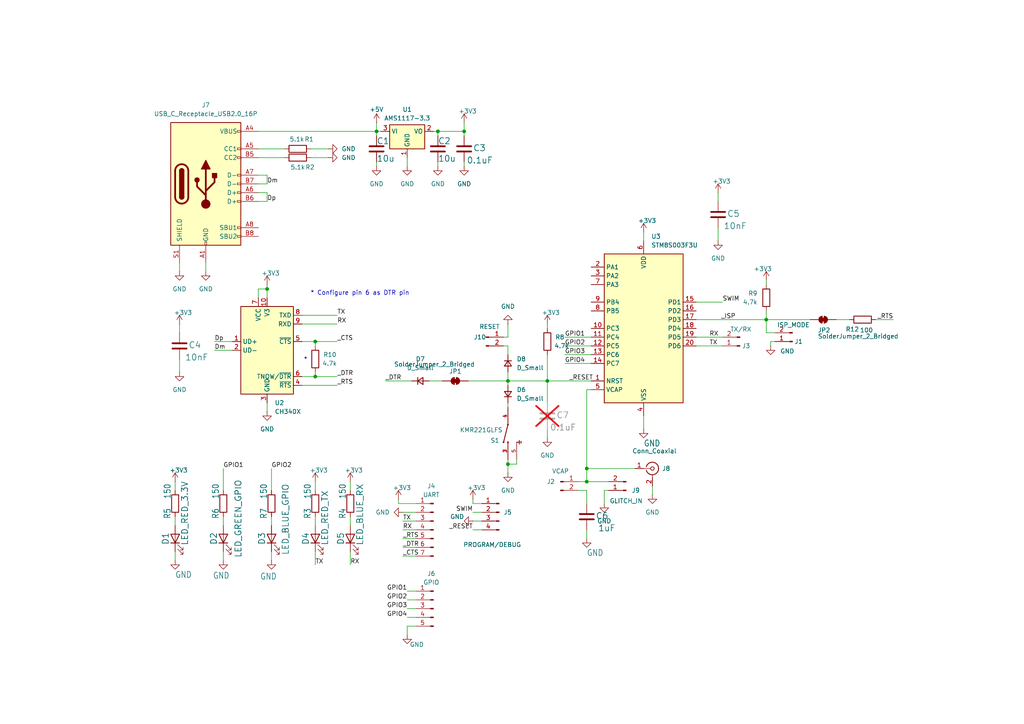
<source format=kicad_sch>
(kicad_sch (version 20231120) (generator "eeschema") (generator_version "8.0")
  (paper "A4")
  (title_block (title "STM8S Target Board v1.1") (date "2025-02-21") (rev "v1.1") (company "Faulty Hardware") (comment 1 "Matthias Kesenheimer"))
  (lib_symbols
    (symbol "Connector:Conn_01x02_Pin" (pin_names (offset 1.016) hide)
      (property "Reference" "J" (at 0 2.54 0))
      (property "Value" "Conn_01x02_Pin" (at 0 -5.08 0))
      (symbol "Conn_01x02_Pin_1_1"
        (polyline (pts (xy 1.27 -2.54) (xy 0.8636 -2.54)) (stroke (width 0.1524)))
        (polyline (pts (xy 1.27 0) (xy 0.8636 0)) (stroke (width 0.1524)))
        (rectangle (start 0.8636 -2.413) (end 0 -2.667) (stroke (width 0.1524)) (fill (type outline)))
        (rectangle (start 0.8636 0.127) (end 0 -0.127) (stroke (width 0.1524)) (fill (type outline)))
        (pin passive line (at 5.08 0 180) (length 3.81) (name "Pin_1") (number "1"))
        (pin passive line (at 5.08 -2.54 180) (length 3.81) (name "Pin_2") (number "2"))
      )
    )
    (symbol "Connector:Conn_01x04_Pin" (pin_names (offset 1.016) hide)
      (property "Reference" "J" (at 0 5.08 0))
      (property "Value" "Conn_01x04_Pin" (at 0 -7.62 0))
      (symbol "Conn_01x04_Pin_1_1"
        (polyline (pts (xy 1.27 -5.08) (xy 0.8636 -5.08)) (stroke (width 0.1524)))
        (polyline (pts (xy 1.27 -2.54) (xy 0.8636 -2.54)) (stroke (width 0.1524)))
        (polyline (pts (xy 1.27 0) (xy 0.8636 0)) (stroke (width 0.1524)))
        (polyline (pts (xy 1.27 2.54) (xy 0.8636 2.54)) (stroke (width 0.1524)))
        (rectangle (start 0.8636 -4.953) (end 0 -5.207) (stroke (width 0.1524)) (fill (type outline)))
        (rectangle (start 0.8636 -2.413) (end 0 -2.667) (stroke (width 0.1524)) (fill (type outline)))
        (rectangle (start 0.8636 0.127) (end 0 -0.127) (stroke (width 0.1524)) (fill (type outline)))
        (rectangle (start 0.8636 2.667) (end 0 2.413) (stroke (width 0.1524)) (fill (type outline)))
        (pin passive line (at 5.08 2.54 180) (length 3.81) (name "Pin_1") (number "1"))
        (pin passive line (at 5.08 0 180) (length 3.81) (name "Pin_2") (number "2"))
        (pin passive line (at 5.08 -2.54 180) (length 3.81) (name "Pin_3") (number "3"))
        (pin passive line (at 5.08 -5.08 180) (length 3.81) (name "Pin_4") (number "4"))
      )
    )
    (symbol "Connector:Conn_01x05_Pin" (pin_names (offset 1.016) hide)
      (property "Reference" "J" (at 0 7.62 0))
      (property "Value" "Conn_01x05_Pin" (at 0 -7.62 0))
      (symbol "Conn_01x05_Pin_1_1"
        (polyline (pts (xy 1.27 -5.08) (xy 0.8636 -5.08)) (stroke (width 0.1524)))
        (polyline (pts (xy 1.27 -2.54) (xy 0.8636 -2.54)) (stroke (width 0.1524)))
        (polyline (pts (xy 1.27 0) (xy 0.8636 0)) (stroke (width 0.1524)))
        (polyline (pts (xy 1.27 2.54) (xy 0.8636 2.54)) (stroke (width 0.1524)))
        (polyline (pts (xy 1.27 5.08) (xy 0.8636 5.08)) (stroke (width 0.1524)))
        (rectangle (start 0.8636 -4.953) (end 0 -5.207) (stroke (width 0.1524)) (fill (type outline)))
        (rectangle (start 0.8636 -2.413) (end 0 -2.667) (stroke (width 0.1524)) (fill (type outline)))
        (rectangle (start 0.8636 0.127) (end 0 -0.127) (stroke (width 0.1524)) (fill (type outline)))
        (rectangle (start 0.8636 2.667) (end 0 2.413) (stroke (width 0.1524)) (fill (type outline)))
        (rectangle (start 0.8636 5.207) (end 0 4.953) (stroke (width 0.1524)) (fill (type outline)))
        (pin passive line (at 5.08 5.08 180) (length 3.81) (name "Pin_1") (number "1"))
        (pin passive line (at 5.08 2.54 180) (length 3.81) (name "Pin_2") (number "2"))
        (pin passive line (at 5.08 0 180) (length 3.81) (name "Pin_3") (number "3"))
        (pin passive line (at 5.08 -2.54 180) (length 3.81) (name "Pin_4") (number "4"))
        (pin passive line (at 5.08 -5.08 180) (length 3.81) (name "Pin_5") (number "5"))
      )
    )
    (symbol "Connector:Conn_01x07_Pin" (pin_names (offset 1.016) hide)
      (property "Reference" "J" (at 0 10.16 0))
      (property "Value" "Conn_01x07_Pin" (at 0 -10.16 0))
      (symbol "Conn_01x07_Pin_1_1"
        (polyline (pts (xy 1.27 -7.62) (xy 0.8636 -7.62)) (stroke (width 0.1524)))
        (polyline (pts (xy 1.27 -5.08) (xy 0.8636 -5.08)) (stroke (width 0.1524)))
        (polyline (pts (xy 1.27 -2.54) (xy 0.8636 -2.54)) (stroke (width 0.1524)))
        (polyline (pts (xy 1.27 0) (xy 0.8636 0)) (stroke (width 0.1524)))
        (polyline (pts (xy 1.27 2.54) (xy 0.8636 2.54)) (stroke (width 0.1524)))
        (polyline (pts (xy 1.27 5.08) (xy 0.8636 5.08)) (stroke (width 0.1524)))
        (polyline (pts (xy 1.27 7.62) (xy 0.8636 7.62)) (stroke (width 0.1524)))
        (rectangle (start 0.8636 -7.493) (end 0 -7.747) (stroke (width 0.1524)) (fill (type outline)))
        (rectangle (start 0.8636 -4.953) (end 0 -5.207) (stroke (width 0.1524)) (fill (type outline)))
        (rectangle (start 0.8636 -2.413) (end 0 -2.667) (stroke (width 0.1524)) (fill (type outline)))
        (rectangle (start 0.8636 0.127) (end 0 -0.127) (stroke (width 0.1524)) (fill (type outline)))
        (rectangle (start 0.8636 2.667) (end 0 2.413) (stroke (width 0.1524)) (fill (type outline)))
        (rectangle (start 0.8636 5.207) (end 0 4.953) (stroke (width 0.1524)) (fill (type outline)))
        (rectangle (start 0.8636 7.747) (end 0 7.493) (stroke (width 0.1524)) (fill (type outline)))
        (pin passive line (at 5.08 7.62 180) (length 3.81) (name "Pin_1") (number "1"))
        (pin passive line (at 5.08 5.08 180) (length 3.81) (name "Pin_2") (number "2"))
        (pin passive line (at 5.08 2.54 180) (length 3.81) (name "Pin_3") (number "3"))
        (pin passive line (at 5.08 0 180) (length 3.81) (name "Pin_4") (number "4"))
        (pin passive line (at 5.08 -2.54 180) (length 3.81) (name "Pin_5") (number "5"))
        (pin passive line (at 5.08 -5.08 180) (length 3.81) (name "Pin_6") (number "6"))
        (pin passive line (at 5.08 -7.62 180) (length 3.81) (name "Pin_7") (number "7"))
      )
    )
    (symbol "Connector:Conn_Coaxial" (pin_names (offset 1.016) hide)
      (property "Reference" "J" (at 0.254 3.048 0))
      (property "Value" "Conn_Coaxial" (at 2.921 0 90))
      (symbol "Conn_Coaxial_0_1"
        (arc (start -1.778 -0.508) (mid 0.2311 -1.8066) (end 1.778 0) (stroke (width 0.254)))
        (polyline (pts (xy -2.54 0) (xy -0.508 0)))
        (polyline (pts (xy 0 -2.54) (xy 0 -1.778)))
        (circle (center 0 0) (radius 0.508) (stroke (width 0.2032)))
        (arc (start 1.778 0) (mid 0.2099 1.8101) (end -1.778 0.508) (stroke (width 0.254)))
      )
      (symbol "Conn_Coaxial_1_1"
        (pin passive line (at -5.08 0 0) (length 2.54) (name "In") (number "1"))
        (pin passive line (at 0 -5.08 90) (length 2.54) (name "Ext") (number "2"))
      )
    )
    (symbol "Connector:USB_C_Receptacle_USB2.0_16P" (pin_names (offset 1.016))
      (property "Reference" "J" (at 0 22.225 0))
      (property "Value" "USB_C_Receptacle_USB2.0_16P" (at 0 19.685 0))
      (symbol "USB_C_Receptacle_USB2.0_16P_0_0"
        (rectangle (start -0.254 -17.78) (end 0.254 -16.764))
        (rectangle (start 10.16 -14.986) (end 9.144 -15.494))
        (rectangle (start 10.16 -12.446) (end 9.144 -12.954))
        (rectangle (start 10.16 -4.826) (end 9.144 -5.334))
        (rectangle (start 10.16 -2.286) (end 9.144 -2.794))
        (rectangle (start 10.16 0.254) (end 9.144 -0.254))
        (rectangle (start 10.16 2.794) (end 9.144 2.286))
        (rectangle (start 10.16 7.874) (end 9.144 7.366))
        (rectangle (start 10.16 10.414) (end 9.144 9.906))
        (rectangle (start 10.16 15.494) (end 9.144 14.986))
      )
      (symbol "USB_C_Receptacle_USB2.0_16P_0_1"
        (rectangle (start -10.16 17.78) (end 10.16 -17.78) (stroke (width 0.254)) (fill (type background)))
        (arc (start -8.89 -3.81) (mid -6.985 -5.7067) (end -5.08 -3.81) (stroke (width 0.508)))
        (arc (start -7.62 -3.81) (mid -6.985 -4.4423) (end -6.35 -3.81) (stroke (width 0.254)))
        (arc (start -7.62 -3.81) (mid -6.985 -4.4423) (end -6.35 -3.81) (stroke (width 0.254)) (fill (type outline)))
        (rectangle (start -7.62 -3.81) (end -6.35 3.81) (stroke (width 0.254)) (fill (type outline)))
        (arc (start -6.35 3.81) (mid -6.985 4.4423) (end -7.62 3.81) (stroke (width 0.254)))
        (arc (start -6.35 3.81) (mid -6.985 4.4423) (end -7.62 3.81) (stroke (width 0.254)) (fill (type outline)))
        (arc (start -5.08 3.81) (mid -6.985 5.7067) (end -8.89 3.81) (stroke (width 0.508)))
        (circle (center -2.54 1.143) (radius 0.635) (stroke (width 0.254)) (fill (type outline)))
        (circle (center 0 -5.842) (radius 1.27) (fill (type outline)))
        (polyline (pts (xy -8.89 -3.81) (xy -8.89 3.81)) (stroke (width 0.508)))
        (polyline (pts (xy -5.08 3.81) (xy -5.08 -3.81)) (stroke (width 0.508)))
        (polyline (pts (xy 0 -5.842) (xy 0 4.318)) (stroke (width 0.508)))
        (polyline (pts (xy 0 -3.302) (xy -2.54 -0.762) (xy -2.54 0.508)) (stroke (width 0.508)))
        (polyline (pts (xy 0 -2.032) (xy 2.54 0.508) (xy 2.54 1.778)) (stroke (width 0.508)))
        (polyline (pts (xy -1.27 4.318) (xy 0 6.858) (xy 1.27 4.318) (xy -1.27 4.318)) (stroke (width 0.254)) (fill (type outline)))
        (rectangle (start 1.905 1.778) (end 3.175 3.048) (stroke (width 0.254)) (fill (type outline)))
      )
      (symbol "USB_C_Receptacle_USB2.0_16P_1_1"
        (pin passive line (at 0 -22.86 90) (length 5.08) (name "GND") (number "A1"))
        (pin passive line (at 0 -22.86 90) (length 5.08) hide (name "GND") (number "A12"))
        (pin passive line (at 15.24 15.24 180) (length 5.08) (name "VBUS") (number "A4"))
        (pin bidirectional line (at 15.24 10.16 180) (length 5.08) (name "CC1") (number "A5"))
        (pin bidirectional line (at 15.24 -2.54 180) (length 5.08) (name "D+") (number "A6"))
        (pin bidirectional line (at 15.24 2.54 180) (length 5.08) (name "D-") (number "A7"))
        (pin bidirectional line (at 15.24 -12.7 180) (length 5.08) (name "SBU1") (number "A8"))
        (pin passive line (at 15.24 15.24 180) (length 5.08) hide (name "VBUS") (number "A9"))
        (pin passive line (at 0 -22.86 90) (length 5.08) hide (name "GND") (number "B1"))
        (pin passive line (at 0 -22.86 90) (length 5.08) hide (name "GND") (number "B12"))
        (pin passive line (at 15.24 15.24 180) (length 5.08) hide (name "VBUS") (number "B4"))
        (pin bidirectional line (at 15.24 7.62 180) (length 5.08) (name "CC2") (number "B5"))
        (pin bidirectional line (at 15.24 -5.08 180) (length 5.08) (name "D+") (number "B6"))
        (pin bidirectional line (at 15.24 0 180) (length 5.08) (name "D-") (number "B7"))
        (pin bidirectional line (at 15.24 -15.24 180) (length 5.08) (name "SBU2") (number "B8"))
        (pin passive line (at 15.24 15.24 180) (length 5.08) hide (name "VBUS") (number "B9"))
        (pin passive line (at -7.62 -22.86 90) (length 5.08) (name "SHIELD") (number "S1"))
      )
    )
    (symbol "Device:C" (pin_numbers hide) (pin_names (offset 0.254))
      (property "Reference" "C" (at 0.635 2.54 0))
      (property "Value" "C" (at 0.635 -2.54 0))
      (symbol "C_0_1"
        (polyline (pts (xy -2.032 -0.762) (xy 2.032 -0.762)) (stroke (width 0.508)))
        (polyline (pts (xy -2.032 0.762) (xy 2.032 0.762)) (stroke (width 0.508)))
      )
      (symbol "C_1_1"
        (pin passive line (at 0 3.81 270) (length 2.794) (name "~") (number "1"))
        (pin passive line (at 0 -3.81 90) (length 2.794) (name "~") (number "2"))
      )
    )
    (symbol "Device:D_Small" (pin_numbers hide) (pin_names (offset 0.254) hide)
      (property "Reference" "D" (at -1.27 2.032 0))
      (property "Value" "D_Small" (at -3.81 -2.032 0))
      (symbol "D_Small_0_1"
        (polyline (pts (xy -0.762 -1.016) (xy -0.762 1.016)) (stroke (width 0.254)))
        (polyline (pts (xy -0.762 0) (xy 0.762 0)))
        (polyline (pts (xy 0.762 -1.016) (xy -0.762 0) (xy 0.762 1.016) (xy 0.762 -1.016)) (stroke (width 0.254)))
      )
      (symbol "D_Small_1_1"
        (pin passive line (at -2.54 0 0) (length 1.778) (name "K") (number "1"))
        (pin passive line (at 2.54 0 180) (length 1.778) (name "A") (number "2"))
      )
    )
    (symbol "Device:LED" (pin_numbers hide) (pin_names (offset 1.016) hide)
      (property "Reference" "D" (at 0 2.54 0))
      (property "Value" "LED" (at 0 -2.54 0))
      (symbol "LED_0_1"
        (polyline (pts (xy -1.27 -1.27) (xy -1.27 1.27)) (stroke (width 0.254)))
        (polyline (pts (xy -1.27 0) (xy 1.27 0)))
        (polyline (pts (xy 1.27 -1.27) (xy 1.27 1.27) (xy -1.27 0) (xy 1.27 -1.27)) (stroke (width 0.254)))
        (polyline (pts (xy -3.048 -0.762) (xy -4.572 -2.286) (xy -3.81 -2.286) (xy -4.572 -2.286) (xy -4.572 -1.524)))
        (polyline (pts (xy -1.778 -0.762) (xy -3.302 -2.286) (xy -2.54 -2.286) (xy -3.302 -2.286) (xy -3.302 -1.524)))
      )
      (symbol "LED_1_1"
        (pin passive line (at -3.81 0 0) (length 2.54) (name "K") (number "1"))
        (pin passive line (at 3.81 0 180) (length 2.54) (name "A") (number "2"))
      )
    )
    (symbol "Device:R" (pin_numbers hide) (pin_names (offset 0))
      (property "Reference" "R" (at 2.032 0 90))
      (property "Value" "R" (at 0 0 90))
      (symbol "R_0_1"
        (rectangle (start -1.016 -2.54) (end 1.016 2.54) (stroke (width 0.254)))
      )
      (symbol "R_1_1"
        (pin passive line (at 0 3.81 270) (length 1.27) (name "~") (number "1"))
        (pin passive line (at 0 -3.81 90) (length 1.27) (name "~") (number "2"))
      )
    )
    (symbol "Interface_USB:CH340X"
      (property "Reference" "U" (at -5.08 13.97 0))
      (property "Value" "CH340X" (at 1.27 13.97 0))
      (symbol "CH340X_0_1"
        (rectangle (start -7.62 12.7) (end 7.62 -12.7) (stroke (width 0.254)) (fill (type background)))
      )
      (symbol "CH340X_1_1"
        (pin bidirectional line (at -10.16 2.54 0) (length 2.54) (name "UD+") (number "1"))
        (pin power_out line (at 0 15.24 270) (length 2.54) (name "V3") (number "10"))
        (pin bidirectional line (at -10.16 0 0) (length 2.54) (name "UD-") (number "2"))
        (pin power_in line (at 0 -15.24 90) (length 2.54) (name "GND") (number "3"))
        (pin output line (at 10.16 -10.16 180) (length 2.54) (name "~{RTS}") (number "4"))
        (pin input line (at 10.16 2.54 180) (length 2.54) (name "~{CTS}") (number "5"))
        (pin output line (at 10.16 -7.62 180) (length 2.54) (name "TNOW/~{DTR}") (number "6"))
        (pin power_in line (at -2.54 15.24 270) (length 2.54) (name "VCC") (number "7"))
        (pin output line (at 10.16 10.16 180) (length 2.54) (name "TXD") (number "8"))
        (pin input line (at 10.16 7.62 180) (length 2.54) (name "RXD") (number "9"))
      )
    )
    (symbol "Jumper:SolderJumper_2_Bridged" (pin_numbers hide) (pin_names (offset 0) hide) (exclude_from_sim yes) (in_bom no)
      (property "Reference" "JP" (at 0 2.032 0))
      (property "Value" "SolderJumper_2_Bridged" (at 0 -2.54 0))
      (symbol "SolderJumper_2_Bridged_0_1"
        (rectangle (start -0.508 0.508) (end 0.508 -0.508) (fill (type outline)))
        (arc (start -0.254 1.016) (mid -1.2656 0) (end -0.254 -1.016))
        (arc (start -0.254 1.016) (mid -1.2656 0) (end -0.254 -1.016) (fill (type outline)))
        (polyline (pts (xy -0.254 1.016) (xy -0.254 -1.016)))
        (polyline (pts (xy 0.254 1.016) (xy 0.254 -1.016)))
        (arc (start 0.254 -1.016) (mid 1.2656 0) (end 0.254 1.016))
        (arc (start 0.254 -1.016) (mid 1.2656 0) (end 0.254 1.016) (fill (type outline)))
      )
      (symbol "SolderJumper_2_Bridged_1_1"
        (pin passive line (at -3.81 0 0) (length 2.54) (name "A") (number "1"))
        (pin passive line (at 3.81 0 180) (length 2.54) (name "B") (number "2"))
      )
    )
    (symbol "KMR221GLFS:KMR221GLFS" (pin_names (offset 1.016))
      (property "Reference" "S" (at -2.5401 2.2861 0))
      (property "Value" "KMR221GLFS" (at -2.7973 -6.3576 0))
      (symbol "KMR221GLFS_0_0"
        (circle (center -2.54 0) (radius 0.127) (stroke (width 0.254)))
        (polyline (pts (xy -2.54 0) (xy 2.54 1.27)) (stroke (width 0.254)))
        (polyline (pts (xy 2.286 -3.81) (xy 2.794 -3.81)) (stroke (width 0.254)))
        (polyline (pts (xy 2.54 -3.302) (xy 2.032 -3.302)) (stroke (width 0.254)))
        (polyline (pts (xy 2.54 -3.302) (xy 3.048 -3.302)) (stroke (width 0.254)))
        (polyline (pts (xy 2.54 -2.54) (xy 2.54 -3.302)) (stroke (width 0.254)))
        (circle (center 2.54 0) (radius 0.127) (stroke (width 0.254)))
        (circle (center 2.54 1.27) (radius 0.127) (stroke (width 0.254)))
        (pin passive line (at -7.62 0 0) (length 5.08) (name "~") (number "1"))
        (pin passive line (at 7.62 0 180) (length 5.08) (name "~") (number "2"))
        (pin passive line (at 7.62 0 180) (length 5.08) (name "~") (number "3"))
        (pin passive line (at -7.62 0 0) (length 5.08) (name "~") (number "4"))
        (pin passive line (at 7.62 -2.54 180) (length 5.08) (name "~") (number "5"))
      )
    )
    (symbol "MCU_ST_STM8:STM8S003F3U"
      (property "Reference" "U" (at 1.27 25.4 0))
      (property "Value" "STM8S003F3U" (at 1.27 22.86 0))
      (symbol "STM8S003F3U_0_1"
        (rectangle (start -11.43 21.59) (end 11.43 -21.59) (stroke (width 0.254)) (fill (type background)))
      )
      (symbol "STM8S003F3U_1_1"
        (pin input line (at -15.24 -15.24 0) (length 3.81) (name "NRST") (number "1"))
        (pin bidirectional line (at -15.24 0 0) (length 3.81) (name "PC3") (number "10"))
        (pin bidirectional line (at -15.24 -2.54 0) (length 3.81) (name "PC4") (number "11"))
        (pin bidirectional line (at -15.24 -5.08 0) (length 3.81) (name "PC5") (number "12"))
        (pin bidirectional line (at -15.24 -7.62 0) (length 3.81) (name "PC6") (number "13"))
        (pin bidirectional line (at -15.24 -10.16 0) (length 3.81) (name "PC7") (number "14"))
        (pin bidirectional line (at 15.24 7.62 180) (length 3.81) (name "PD1") (number "15"))
        (pin bidirectional line (at 15.24 5.08 180) (length 3.81) (name "PD2") (number "16"))
        (pin bidirectional line (at 15.24 2.54 180) (length 3.81) (name "PD3") (number "17"))
        (pin bidirectional line (at 15.24 0 180) (length 3.81) (name "PD4") (number "18"))
        (pin bidirectional line (at 15.24 -2.54 180) (length 3.81) (name "PD5") (number "19"))
        (pin bidirectional line (at -15.24 17.78 0) (length 3.81) (name "PA1") (number "2"))
        (pin bidirectional line (at 15.24 -5.08 180) (length 3.81) (name "PD6") (number "20"))
        (pin bidirectional line (at -15.24 15.24 0) (length 3.81) (name "PA2") (number "3"))
        (pin power_in line (at 0 -25.4 90) (length 3.81) (name "VSS") (number "4"))
        (pin passive line (at -15.24 -17.78 0) (length 3.81) (name "VCAP") (number "5"))
        (pin power_in line (at 0 25.4 270) (length 3.81) (name "VDD") (number "6"))
        (pin bidirectional line (at -15.24 12.7 0) (length 3.81) (name "PA3") (number "7"))
        (pin bidirectional line (at -15.24 5.08 0) (length 3.81) (name "PB5") (number "8"))
        (pin bidirectional line (at -15.24 7.62 0) (length 3.81) (name "PB4") (number "9"))
      )
    )
    (symbol "Regulator_Linear:AMS1117-3.3"
      (property "Reference" "U" (at -3.81 3.175 0))
      (property "Value" "AMS1117-3.3" (at 0 3.175 0))
      (symbol "AMS1117-3.3_0_1"
        (rectangle (start -5.08 -5.08) (end 5.08 1.905) (stroke (width 0.254)) (fill (type background)))
      )
      (symbol "AMS1117-3.3_1_1"
        (pin power_in line (at 0 -7.62 90) (length 2.54) (name "GND") (number "1"))
        (pin power_out line (at 7.62 0 180) (length 2.54) (name "VO") (number "2"))
        (pin power_in line (at -7.62 0 0) (length 2.54) (name "VI") (number "3"))
      )
    )
    (symbol "power:+3V3" (power) (pin_numbers hide) (pin_names (offset 0) hide)
      (property "Value" "+3V3" (at 0 3.556 0))
      (symbol "+3V3_0_1"
        (polyline (pts (xy -0.762 1.27) (xy 0 2.54)))
        (polyline (pts (xy 0 0) (xy 0 2.54)))
        (polyline (pts (xy 0 2.54) (xy 0.762 1.27)))
      )
      (symbol "+3V3_1_1"
        (pin power_in line (at 0 0 90) (length 0) (name "~") (number "1"))
      )
    )
    (symbol "power:+5V" (power) (pin_numbers hide) (pin_names (offset 0) hide)
      (property "Value" "+5V" (at 0 3.556 0))
      (symbol "+5V_0_1"
        (polyline (pts (xy -0.762 1.27) (xy 0 2.54)))
        (polyline (pts (xy 0 0) (xy 0 2.54)))
        (polyline (pts (xy 0 2.54) (xy 0.762 1.27)))
      )
      (symbol "+5V_1_1"
        (pin power_in line (at 0 0 90) (length 0) (name "~") (number "1"))
      )
    )
    (symbol "power:GND" (power) (pin_numbers hide) (pin_names (offset 0) hide)
      (property "Value" "GND" (at 0 -3.81 0))
      (symbol "GND_0_1"
        (polyline (pts (xy 0 0) (xy 0 -1.27) (xy 1.27 -1.27) (xy 0 -2.54) (xy -1.27 -1.27) (xy 0 -1.27)))
      )
      (symbol "GND_1_1"
        (pin power_in line (at 0 0 270) (length 0) (name "~") (number "1"))
      )
    )
  )
  (junction (at 147.32 134.62))
  (junction (at 91.44 109.22))
  (junction (at 222.25 92.71))
  (junction (at 147.32 110.49))
  (junction (at 91.44 99.06))
  (junction (at 158.75 110.49))
  (junction (at 170.18 139.7))
  (junction (at 170.18 135.89))
  (junction (at 127 38.1))
  (junction (at 77.47 83.82))
  (junction (at 134.62 38.1))
  (junction (at 109.22 38.1))
  (wire (pts (xy 147.32 100.33) (xy 147.32 102.87)))
  (wire (pts (xy 120.65 181.61) (xy 118.11 181.61)))
  (wire (pts (xy 67.31 101.6) (xy 62.23 101.6)))
  (wire (pts (xy 146.05 100.33) (xy 147.32 100.33)))
  (wire (pts (xy 77.47 116.84) (xy 77.47 119.38)))
  (wire (pts (xy 186.69 120.65) (xy 186.69 124.46)))
  (wire (pts (xy 147.32 134.62) (xy 149.86 134.62)))
  (wire (pts (xy 163.83 97.79) (xy 171.45 97.79)))
  (wire (pts (xy 147.32 110.49) (xy 158.75 110.49)))
  (wire (pts (xy 116.84 158.75) (xy 120.65 158.75)))
  (wire (pts (xy 158.75 102.87) (xy 158.75 110.49)))
  (wire (pts (xy 127 38.1) (xy 127 39.37)))
  (wire (pts (xy 127 46.99) (xy 127 48.26)))
  (wire (pts (xy 78.74 149.86) (xy 78.74 152.4)))
  (wire (pts (xy 208.28 55.88) (xy 208.28 58.42)))
  (wire (pts (xy 147.32 118.11) (xy 147.32 116.84)))
  (wire (pts (xy 109.22 38.1) (xy 110.49 38.1)))
  (wire (pts (xy 87.63 111.76) (xy 97.79 111.76)))
  (wire (pts (xy 147.32 137.16) (xy 147.32 134.62)))
  (wire (pts (xy 167.64 142.24) (xy 170.18 142.24)))
  (wire (pts (xy 91.44 109.22) (xy 97.79 109.22)))
  (wire (pts (xy 134.62 39.37) (xy 134.62 38.1)))
  (wire (pts (xy 170.18 142.24) (xy 170.18 146.05)))
  (wire (pts (xy 109.22 38.1) (xy 109.22 39.37)))
  (wire (pts (xy 87.63 109.22) (xy 91.44 109.22)))
  (wire (pts (xy 170.18 113.03) (xy 170.18 135.89)))
  (wire (pts (xy 101.6 139.7) (xy 101.6 142.24)))
  (wire (pts (xy 201.93 97.79) (xy 209.55 97.79)))
  (wire (pts (xy 223.52 99.06) (xy 223.52 100.33)))
  (wire (pts (xy 120.65 173.99) (xy 118.11 173.99)))
  (wire (pts (xy 120.65 179.07) (xy 118.11 179.07)))
  (wire (pts (xy 67.31 99.06) (xy 62.23 99.06)))
  (wire (pts (xy 77.47 82.55) (xy 77.47 83.82)))
  (wire (pts (xy 127 38.1) (xy 134.62 38.1)))
  (wire (pts (xy 224.79 99.06) (xy 223.52 99.06)))
  (wire (pts (xy 158.75 110.49) (xy 158.75 116.84)))
  (wire (pts (xy 176.53 139.7) (xy 170.18 139.7)))
  (wire (pts (xy 74.93 38.1) (xy 109.22 38.1)))
  (wire (pts (xy 176.53 142.24) (xy 175.26 142.24)))
  (wire (pts (xy 170.18 113.03) (xy 171.45 113.03)))
  (wire (pts (xy 116.84 151.13) (xy 120.65 151.13)))
  (wire (pts (xy 74.93 86.36) (xy 74.93 83.82)))
  (wire (pts (xy 91.44 149.86) (xy 91.44 152.4)))
  (wire (pts (xy 139.7 146.05) (xy 137.16 146.05)))
  (wire (pts (xy 137.16 146.05) (xy 137.16 144.78)))
  (wire (pts (xy 115.57 146.05) (xy 120.65 146.05)))
  (wire (pts (xy 118.11 45.72) (xy 118.11 48.26)))
  (wire (pts (xy 189.23 140.97) (xy 189.23 143.51)))
  (wire (pts (xy 163.83 105.41) (xy 171.45 105.41)))
  (wire (pts (xy 91.44 107.95) (xy 91.44 109.22)))
  (wire (pts (xy 124.46 110.49) (xy 128.27 110.49)))
  (wire (pts (xy 74.93 43.18) (xy 82.55 43.18)))
  (wire (pts (xy 259.08 92.71) (xy 254 92.71)))
  (wire (pts (xy 222.25 81.28) (xy 222.25 82.55)))
  (wire (pts (xy 149.86 133.35) (xy 149.86 134.62)))
  (wire (pts (xy 74.93 50.8) (xy 77.47 50.8)))
  (wire (pts (xy 175.26 142.24) (xy 175.26 146.05)))
  (wire (pts (xy 135.89 110.49) (xy 147.32 110.49)))
  (wire (pts (xy 146.05 97.79) (xy 147.32 97.79)))
  (wire (pts (xy 120.65 171.45) (xy 118.11 171.45)))
  (wire (pts (xy 91.44 99.06) (xy 91.44 100.33)))
  (wire (pts (xy 52.07 93.98) (xy 52.07 96.52)))
  (wire (pts (xy 201.93 87.63) (xy 209.55 87.63)))
  (wire (pts (xy 116.84 153.67) (xy 120.65 153.67)))
  (wire (pts (xy 170.18 135.89) (xy 170.18 139.7)))
  (wire (pts (xy 147.32 110.49) (xy 147.32 111.76)))
  (wire (pts (xy 222.25 96.52) (xy 222.25 92.71)))
  (wire (pts (xy 74.93 58.42) (xy 77.47 58.42)))
  (wire (pts (xy 116.84 148.59) (xy 120.65 148.59)))
  (wire (pts (xy 234.95 92.71) (xy 222.25 92.71)))
  (wire (pts (xy 163.83 100.33) (xy 171.45 100.33)))
  (wire (pts (xy 201.93 100.33) (xy 209.55 100.33)))
  (wire (pts (xy 147.32 93.98) (xy 147.32 97.79)))
  (wire (pts (xy 158.75 93.98) (xy 158.75 95.25)))
  (wire (pts (xy 52.07 76.2) (xy 52.07 78.74)))
  (wire (pts (xy 170.18 135.89) (xy 184.15 135.89)))
  (wire (pts (xy 87.63 91.44) (xy 97.79 91.44)))
  (wire (pts (xy 90.17 43.18) (xy 95.25 43.18)))
  (wire (pts (xy 109.22 35.56) (xy 109.22 38.1)))
  (wire (pts (xy 59.69 76.2) (xy 59.69 78.74)))
  (wire (pts (xy 186.69 67.31) (xy 186.69 69.85)))
  (wire (pts (xy 158.75 110.49) (xy 171.45 110.49)))
  (wire (pts (xy 116.84 156.21) (xy 120.65 156.21)))
  (wire (pts (xy 158.75 124.46) (xy 158.75 127)))
  (wire (pts (xy 116.84 161.29) (xy 120.65 161.29)))
  (wire (pts (xy 87.63 93.98) (xy 97.79 93.98)))
  (wire (pts (xy 52.07 104.14) (xy 52.07 107.95)))
  (wire (pts (xy 137.16 151.13) (xy 139.7 151.13)))
  (wire (pts (xy 222.25 92.71) (xy 222.25 90.17)))
  (wire (pts (xy 201.93 92.71) (xy 222.25 92.71)))
  (wire (pts (xy 163.83 102.87) (xy 171.45 102.87)))
  (wire (pts (xy 170.18 153.67) (xy 170.18 156.21)))
  (wire (pts (xy 64.77 149.86) (xy 64.77 152.4)))
  (wire (pts (xy 91.44 139.7) (xy 91.44 142.24)))
  (wire (pts (xy 134.62 35.56) (xy 134.62 38.1)))
  (wire (pts (xy 125.73 38.1) (xy 127 38.1)))
  (wire (pts (xy 77.47 50.8) (xy 77.47 53.34)))
  (wire (pts (xy 115.57 144.78) (xy 115.57 146.05)))
  (wire (pts (xy 170.18 139.7) (xy 167.64 139.7)))
  (wire (pts (xy 74.93 53.34) (xy 77.47 53.34)))
  (wire (pts (xy 118.11 181.61) (xy 118.11 184.15)))
  (wire (pts (xy 77.47 83.82) (xy 77.47 86.36)))
  (wire (pts (xy 91.44 99.06) (xy 97.79 99.06)))
  (wire (pts (xy 120.65 176.53) (xy 118.11 176.53)))
  (wire (pts (xy 64.77 135.89) (xy 64.77 142.24)))
  (wire (pts (xy 111.76 110.49) (xy 119.38 110.49)))
  (wire (pts (xy 147.32 134.62) (xy 147.32 133.35)))
  (wire (pts (xy 208.28 66.04) (xy 208.28 69.85)))
  (wire (pts (xy 101.6 160.02) (xy 101.6 163.83)))
  (wire (pts (xy 147.32 107.95) (xy 147.32 110.49)))
  (wire (pts (xy 78.74 135.89) (xy 78.74 142.24)))
  (wire (pts (xy 91.44 160.02) (xy 91.44 163.83)))
  (wire (pts (xy 224.79 96.52) (xy 222.25 96.52)))
  (wire (pts (xy 64.77 160.02) (xy 64.77 162.56)))
  (wire (pts (xy 246.38 92.71) (xy 242.57 92.71)))
  (wire (pts (xy 134.62 46.99) (xy 134.62 48.26)))
  (wire (pts (xy 109.22 46.99) (xy 109.22 48.26)))
  (wire (pts (xy 137.16 148.59) (xy 139.7 148.59)))
  (wire (pts (xy 101.6 149.86) (xy 101.6 152.4)))
  (wire (pts (xy 77.47 55.88) (xy 77.47 58.42)))
  (wire (pts (xy 50.8 139.7) (xy 50.8 142.24)))
  (wire (pts (xy 90.17 45.72) (xy 95.25 45.72)))
  (wire (pts (xy 74.93 83.82) (xy 77.47 83.82)))
  (wire (pts (xy 87.63 99.06) (xy 91.44 99.06)))
  (wire (pts (xy 50.8 162.56) (xy 50.8 160.02)) (stroke (width 0.1524)))
  (wire (pts (xy 74.93 55.88) (xy 77.47 55.88)))
  (wire (pts (xy 74.93 45.72) (xy 82.55 45.72)))
  (wire (pts (xy 78.74 160.02) (xy 78.74 162.56)))
  (wire (pts (xy 137.16 153.67) (xy 139.7 153.67)))
  (wire (pts (xy 50.8 152.4) (xy 50.8 149.86)) (stroke (width 0.1524)))
  (text "*" (at 88.646 104.394 0) (effects (font (size 1.27 1.27))))
  (text "* Configure pin 6 as DTR pin" (at 104.394 85.09 0) (effects (font (size 1.27 1.27))))
  (label "_CTS" (at 116.84 161.29 0))
  (label "_RESET" (at 137.16 153.67 180))
  (label "GPIO2" (at 163.83 100.33 0))
  (label "GPIO3" (at 118.11 176.53 180))
  (label "Dp" (at 62.23 99.06 0))
  (label "_RTS" (at 259.08 92.71 180))
  (label "TX" (at 91.44 163.83 0))
  (label "RX" (at 205.74 97.79 0))
  (label "RX" (at 116.84 153.67 0))
  (label "RX" (at 101.6 163.83 0))
  (label "_RTS" (at 116.84 156.21 0))
  (label "GPIO4" (at 163.83 105.41 0))
  (label "RX" (at 97.79 93.98 0))
  (label "GPIO2" (at 78.74 135.89 0))
  (label "_DTR" (at 116.84 158.75 0))
  (label "Dp" (at 77.47 58.42 0))
  (label "Dm" (at 77.47 53.34 0))
  (label "_RTS" (at 97.79 111.76 0))
  (label "TX" (at 205.74 100.33 0))
  (label "GPIO1" (at 64.77 135.89 0))
  (label "GPIO2" (at 118.11 173.99 180))
  (label "_DTR" (at 111.76 110.49 0))
  (label "_CTS" (at 97.79 99.06 0))
  (label "_RESET" (at 165.1 110.49 0))
  (label "_ISP" (at 213.36 92.71 180))
  (label "TX" (at 116.84 151.13 0))
  (label "SWIM" (at 209.55 87.63 0))
  (label "GPIO1" (at 118.11 171.45 180))
  (label "Dm" (at 62.23 101.6 0))
  (label "_DTR" (at 97.79 109.22 0))
  (label "GPIO3" (at 163.83 102.87 0))
  (label "SWIM" (at 137.16 148.59 180))
  (label "GPIO1" (at 163.83 97.79 0))
  (label "TX" (at 97.79 91.44 0))
  (label "GPIO4" (at 118.11 179.07 180))
  (symbol (lib_id "power:GND") (at 118.11 48.26 0) (unit 1)
    (property "Reference" "#PWR014" (effects (hide yes)))
    (property "Value" "GND" (at 118.11 53.34 0))
    (property "Description" "Power symbol creates a global label with name \"GND\" , ground" (effects (hide yes)))
  )
  (symbol (lib_id "power:+3V3") (at 115.57 144.78 0) (unit 1)
    (property "Reference" "#PWR024" (effects (hide yes)))
    (property "Value" "+3V3" (at 116.586 141.478 0))
    (property "Description" "Power symbol creates a global label with name \"+3V3\"" (effects (hide yes)))
  )
  (symbol (lib_id "power:GND") (at 77.47 119.38 0) (unit 1)
    (property "Reference" "#PWR01" (effects (hide yes)))
    (property "Value" "GND" (at 77.47 124.46 0))
    (property "Description" "Power symbol creates a global label with name \"GND\" , ground" (effects (hide yes)))
  )
  (symbol (lib_id "Connector:Conn_01x02_Pin") (at 162.56 139.7 0) (unit 1)
    (property "Reference" "J2" (at 159.766 139.7 0))
    (property "Value" "VCAP" (at 162.56 136.652 0))
    (property "Footprint" "Connector_PinHeader_2.54mm:PinHeader_1x02_P2.54mm_Vertical" (effects (hide yes)))
    (property "Description" "Generic connector, single row, 01x02, script generated" (effects (hide yes)))
  )
  (symbol (lib_id "Device:R") (at 78.74 146.05 0) (unit 1)
    (property "Reference" "R7" (at 77.47 147.32 90) (effects (font (size 1.778 1.5113)) (justify right bottom)))
    (property "Value" "150" (at 77.47 144.78 90) (effects (font (size 1.778 1.5113)) (justify left bottom)))
    (property "Footprint" "Resistor_SMD:R_0603_1608Metric" (effects (hide yes)))
    (property "Description" "Resistor" (effects (hide yes)))
  )
  (symbol (lib_id "Device:LED") (at 91.44 156.21 90) (unit 1)
    (property "Reference" "D4" (at 89.662 156.21 0) (effects (font (size 1.778 1.778)) (justify bottom)))
    (property "Value" "LED_RED_TX" (at 95.25 158.242 0) (effects (font (size 1.778 1.778)) (justify left bottom)))
    (property "Footprint" "LED_SMD:LED_0603_1608Metric" (effects (hide yes)))
    (property "Description" "Light emitting diode" (effects (hide yes)))
  )
  (symbol (lib_id "power:GND") (at 223.52 100.33 0) (mirror y) (unit 1)
    (property "Reference" "#PWR022" (effects (hide yes)))
    (property "Value" "GND" (at 228.346 101.854 0))
    (property "Description" "Power symbol creates a global label with name \"GND\" , ground" (effects (hide yes)))
  )
  (symbol (lib_id "power:GND") (at 50.8 162.56 0) (unit 1)
    (property "Reference" "#GND01" (effects (hide yes)))
    (property "Value" "GND" (at 50.8 167.64 0) (effects (font (size 1.778 1.5113)) (justify left bottom)))
    (property "Description" "Power symbol creates a global label with name \"GND\" , ground" (effects (hide yes)))
  )
  (symbol (lib_id "power:GND") (at 116.84 148.59 270) (unit 1)
    (property "Reference" "#PWR025" (effects (hide yes)))
    (property "Value" "GND" (at 113.03 148.5899 90) (effects (justify right)))
    (property "Description" "Power symbol creates a global label with name \"GND\" , ground" (effects (hide yes)))
  )
  (symbol (lib_id "Device:R") (at 86.36 45.72 90) (unit 1)
    (property "Reference" "R2" (at 89.916 48.514 90))
    (property "Value" "5.1k" (at 86.36 48.514 90))
    (property "Footprint" "Resistor_SMD:R_0603_1608Metric" (effects (hide yes)))
    (property "Description" "Resistor" (effects (hide yes)))
  )
  (symbol (lib_id "power:GND") (at 134.62 48.26 0) (unit 1)
    (property "Reference" "#PWR016" (effects (hide yes)))
    (property "Value" "GND" (at 134.62 53.34 0))
    (property "Description" "Power symbol creates a global label with name \"GND\" , ground" (effects (hide yes)))
  )
  (symbol (lib_id "Regulator_Linear:AMS1117-3.3") (at 118.11 38.1 0) (unit 1)
    (property "Reference" "U1" (at 118.11 31.75 0))
    (property "Value" "AMS1117-3.3" (at 118.11 34.29 0))
    (property "Footprint" "Package_TO_SOT_SMD:SOT-223-3_TabPin2" (effects (hide yes)))
    (property "Datasheet" "http://www.advanced-monolithic.com/pdf/ds1117.pdf" (effects (hide yes)))
    (property "Description" "1A Low Dropout regulator, positive, 3.3V fixed output, SOT-223" (effects (hide yes)))
  )
  (symbol (lib_id "Device:R") (at 222.25 86.36 0) (mirror y) (unit 1)
    (property "Reference" "R9" (at 219.71 85.0899 0) (effects (justify left)))
    (property "Value" "4.7k" (at 219.71 87.6299 0) (effects (justify left)))
    (property "Footprint" "Resistor_SMD:R_0603_1608Metric" (effects (hide yes)))
    (property "Description" "Resistor" (effects (hide yes)))
  )
  (symbol (lib_id "power:+3V3") (at 101.6 139.7 0) (unit 1)
    (property "Reference" "#PWR06" (effects (hide yes)))
    (property "Value" "+3V3" (at 102.616 136.398 0))
    (property "Description" "Power symbol creates a global label with name \"+3V3\"" (effects (hide yes)))
  )
  (symbol (lib_id "Device:C") (at 127 43.18 0) (unit 1)
    (property "Reference" "C2" (at 127 41.91 0) (effects (font (size 1.778 1.778)) (justify left bottom)))
    (property "Value" "10u" (at 127 46.99 0) (effects (font (size 1.778 1.778)) (justify left bottom)))
    (property "Footprint" "Capacitor_SMD:C_0805_2012Metric" (effects (hide yes)))
    (property "Description" "Unpolarized capacitor" (effects (hide yes)))
  )
  (symbol (lib_id "Device:LED") (at 101.6 156.21 90) (unit 1)
    (property "Reference" "D5" (at 99.822 156.21 0) (effects (font (size 1.778 1.778)) (justify bottom)))
    (property "Value" "LED_BLUE_RX" (at 105.41 158.242 0) (effects (font (size 1.778 1.778)) (justify left bottom)))
    (property "Footprint" "LED_SMD:LED_0603_1608Metric" (effects (hide yes)))
    (property "Description" "Light emitting diode" (effects (hide yes)))
  )
  (symbol (lib_id "Interface_USB:CH340X") (at 77.47 101.6 0) (unit 1)
    (property "Reference" "U2" (at 79.6641 116.84 0) (effects (justify left)))
    (property "Value" "CH340X" (at 79.6641 119.38 0) (effects (justify left)))
    (property "Footprint" "Package_SO:MSOP-10_3x3mm_P0.5mm" (effects (hide yes)))
    (property "Datasheet" "https://cdn.sparkfun.com/assets/5/0/a/8/5/CH340DS1.PDF" (effects (hide yes)))
    (property "Description" "USB serial converter, 5V-tolerant IO, UART, MSOP-10" (effects (hide yes)))
  )
  (symbol (lib_id "Device:R") (at 91.44 104.14 0) (unit 1)
    (property "Reference" "R10" (at 93.726 102.87 0) (effects (justify left)))
    (property "Value" "4.7k" (at 93.472 105.41 0) (effects (justify left)))
    (property "Footprint" "Resistor_SMD:R_0603_1608Metric" (effects (hide yes)))
    (property "Description" "Resistor" (effects (hide yes)))
  )
  (symbol (lib_id "MCU_ST_STM8:STM8S003F3U") (at 186.69 95.25 0) (unit 1)
    (property "Reference" "U3" (at 188.8841 68.58 0) (effects (justify left)))
    (property "Value" "STM8S003F3U" (at 188.8841 71.12 0) (effects (justify left)))
    (property "Footprint" "Package_DFN_QFN:ST_UFQFPN-20_3x3mm_P0.5mm" (effects (hide yes)))
    (property "Datasheet" "http://www.st.com/st-web-ui/static/active/en/resource/technical/document/datasheet/DM00024550.pdf" (effects (hide yes)))
    (property "Description" "16MHz, 8K Flash, 1K RAM, 128 EEPROM, USART, I²C, SPI, UFQFPN-20" (effects (hide yes)))
  )
  (symbol (lib_id "Connector:Conn_01x02_Pin") (at 214.63 100.33 180) (unit 1)
    (property "Reference" "J3" (at 216.408 100.33 0))
    (property "Value" "TX/RX" (at 214.884 95.504 0))
    (property "Footprint" "Connector_PinHeader_2.54mm:PinHeader_1x02_P2.54mm_Vertical" (effects (hide yes)))
    (property "Description" "Generic connector, single row, 01x02, script generated" (effects (hide yes)))
  )
  (symbol (lib_id "Device:R") (at 86.36 43.18 90) (unit 1)
    (property "Reference" "R1" (at 89.662 40.386 90))
    (property "Value" "5.1k" (at 86.106 40.386 90))
    (property "Footprint" "Resistor_SMD:R_0603_1608Metric" (effects (hide yes)))
    (property "Description" "Resistor" (effects (hide yes)))
  )
  (symbol (lib_id "power:GND") (at 59.69 78.74 0) (unit 1)
    (property "Reference" "#PWR07" (effects (hide yes)))
    (property "Value" "GND" (at 59.69 83.82 0))
    (property "Description" "Power symbol creates a global label with name \"GND\" , ground" (effects (hide yes)))
  )
  (symbol (lib_id "Device:R") (at 91.44 146.05 0) (unit 1)
    (property "Reference" "R3" (at 90.17 147.32 90) (effects (font (size 1.778 1.5113)) (justify right bottom)))
    (property "Value" "150" (at 90.17 144.78 90) (effects (font (size 1.778 1.5113)) (justify left bottom)))
    (property "Footprint" "Resistor_SMD:R_0603_1608Metric" (effects (hide yes)))
    (property "Description" "Resistor" (effects (hide yes)))
  )
  (symbol (lib_id "Device:R") (at 250.19 92.71 90) (mirror x) (unit 1)
    (property "Reference" "R12" (at 249.174 95.504 90) (effects (justify left)))
    (property "Value" "100" (at 253.238 95.758 90) (effects (justify left)))
    (property "Footprint" "Resistor_SMD:R_0603_1608Metric" (effects (hide yes)))
    (property "Description" "Resistor" (effects (hide yes)))
  )
  (symbol (lib_id "power:GND") (at 147.32 93.98 0) (mirror x) (unit 1)
    (property "Reference" "#PWR033" (effects (hide yes)))
    (property "Value" "GND" (at 147.32 88.9 0))
    (property "Description" "Power symbol creates a global label with name \"GND\" , ground" (effects (hide yes)))
  )
  (symbol (lib_id "power:GND") (at 109.22 48.26 0) (unit 1)
    (property "Reference" "#PWR011" (effects (hide yes)))
    (property "Value" "GND" (at 109.22 53.34 0))
    (property "Description" "Power symbol creates a global label with name \"GND\" , ground" (effects (hide yes)))
  )
  (symbol (lib_id "power:GND") (at 95.25 43.18 90) (unit 1)
    (property "Reference" "#PWR09" (effects (hide yes)))
    (property "Value" "GND" (at 99.06 43.1799 90) (effects (justify right)))
    (property "Description" "Power symbol creates a global label with name \"GND\" , ground" (effects (hide yes)))
  )
  (symbol (lib_id "Device:LED") (at 78.74 156.21 90) (unit 1)
    (property "Reference" "D3" (at 76.962 156.21 0) (effects (font (size 1.778 1.778)) (justify bottom)))
    (property "Value" "LED_BLUE_GPIO" (at 83.82 161.036 0) (effects (font (size 1.778 1.778)) (justify left bottom)))
    (property "Footprint" "LED_SMD:LED_0603_1608Metric" (effects (hide yes)))
    (property "Description" "Light emitting diode" (effects (hide yes)))
  )
  (symbol (lib_id "Connector:Conn_01x05_Pin") (at 125.73 176.53 0) (mirror y) (unit 1)
    (property "Reference" "J6" (at 125.095 166.37 0))
    (property "Value" "GPIO" (at 125.095 168.91 0))
    (property "Footprint" "Connector_PinHeader_2.54mm:PinHeader_1x05_P2.54mm_Vertical" (effects (hide yes)))
    (property "Description" "Generic connector, single row, 01x05, script generated" (effects (hide yes)))
  )
  (symbol (lib_id "power:+3V3") (at 52.07 93.98 0) (unit 1)
    (property "Reference" "#PWR03" (effects (hide yes)))
    (property "Value" "+3V3" (at 53.086 90.678 0))
    (property "Description" "Power symbol creates a global label with name \"+3V3\"" (effects (hide yes)))
  )
  (symbol (lib_id "Device:D_Small") (at 147.32 105.41 270) (unit 1)
    (property "Reference" "D8" (at 149.86 104.1399 90) (effects (justify left)))
    (property "Value" "D_Small" (at 149.86 106.6799 90) (effects (justify left)))
    (property "Footprint" "Diode_SMD:D_SOD-323" (effects (hide yes)))
    (property "Description" "Diode, small symbol" (effects (hide yes)))
    (property "Sim.Device" "D" (effects (hide yes)))
    (property "Sim.Pins" "1=K 2=A" (effects (hide yes)))
  )
  (symbol (lib_id "Connector:Conn_01x02_Pin") (at 181.61 142.24 180) (unit 1)
    (property "Reference" "J9" (at 184.404 142.24 0))
    (property "Value" "GLITCH_IN" (at 181.61 145.288 0))
    (property "Footprint" "Connector_PinHeader_2.54mm:PinHeader_1x02_P2.54mm_Vertical" (effects (hide yes)))
    (property "Description" "Generic connector, single row, 01x02, script generated" (effects (hide yes)))
  )
  (symbol (lib_id "power:GND") (at 186.69 124.46 0) (unit 1)
    (property "Reference" "#GND04" (effects (hide yes)))
    (property "Value" "GND" (at 186.69 129.54 0) (effects (font (size 1.778 1.5113)) (justify left bottom)))
    (property "Description" "Power symbol creates a global label with name \"GND\" , ground" (effects (hide yes)))
  )
  (symbol (lib_id "Device:R") (at 64.77 146.05 0) (unit 1)
    (property "Reference" "R6" (at 63.5 147.32 90) (effects (font (size 1.778 1.5113)) (justify right bottom)))
    (property "Value" "150" (at 63.5 144.78 90) (effects (font (size 1.778 1.5113)) (justify left bottom)))
    (property "Footprint" "Resistor_SMD:R_0603_1608Metric" (effects (hide yes)))
    (property "Description" "Resistor" (effects (hide yes)))
  )
  (symbol (lib_id "Connector:Conn_01x07_Pin") (at 125.73 153.67 0) (mirror y) (unit 1)
    (property "Reference" "J4" (at 125.095 140.97 0))
    (property "Value" "UART" (at 125.095 143.51 0))
    (property "Footprint" "Connector_PinHeader_2.54mm:PinHeader_1x07_P2.54mm_Vertical" (effects (hide yes)))
    (property "Description" "Generic connector, single row, 01x07, script generated" (effects (hide yes)))
  )
  (symbol (lib_id "Jumper:SolderJumper_2_Bridged") (at 132.08 110.49 0) (unit 1) (exclude_from_sim yes) (in_bom no)
    (property "Reference" "JP1" (at 132.08 107.696 0))
    (property "Value" "SolderJumper_2_Bridged" (at 125.984 105.664 0))
    (property "Footprint" "Jumper:SolderJumper-2_P1.3mm_Bridged_RoundedPad1.0x1.5mm" (effects (hide yes)))
    (property "Description" "Solder Jumper, 2-pole, closed/bridged" (effects (hide yes)))
  )
  (symbol (lib_id "power:GND") (at 52.07 78.74 0) (unit 1)
    (property "Reference" "#PWR08" (effects (hide yes)))
    (property "Value" "GND" (at 52.07 83.82 0))
    (property "Description" "Power symbol creates a global label with name \"GND\" , ground" (effects (hide yes)))
  )
  (symbol (lib_id "Device:D_Small") (at 121.92 110.49 0) (unit 1)
    (property "Reference" "D7" (at 121.92 104.14 0))
    (property "Value" "D_Small" (at 121.92 106.68 0))
    (property "Footprint" "Diode_SMD:D_SOD-323" (effects (hide yes)))
    (property "Description" "Diode, small symbol" (effects (hide yes)))
    (property "Sim.Device" "D" (effects (hide yes)))
    (property "Sim.Pins" "1=K 2=A" (effects (hide yes)))
  )
  (symbol (lib_id "Device:LED") (at 50.8 156.21 90) (unit 1)
    (property "Reference" "D1" (at 49.022 156.21 0) (effects (font (size 1.778 1.778)) (justify bottom)))
    (property "Value" "LED_RED_3.3V" (at 54.61 158.242 0) (effects (font (size 1.778 1.778)) (justify left bottom)))
    (property "Footprint" "LED_SMD:LED_0603_1608Metric" (effects (hide yes)))
    (property "Description" "Light emitting diode" (effects (hide yes)))
  )
  (symbol (lib_id "power:GND") (at 158.75 127 0) (unit 1)
    (property "Reference" "#PWR026" (effects (hide yes)))
    (property "Value" "GND" (at 158.75 132.08 0))
    (property "Description" "Power symbol creates a global label with name \"GND\" , ground" (effects (hide yes)))
  )
  (symbol (lib_id "power:+3V3") (at 222.25 81.28 0) (mirror y) (unit 1)
    (property "Reference" "#PWR021" (effects (hide yes)))
    (property "Value" "+3V3" (at 221.234 77.978 0))
    (property "Description" "Power symbol creates a global label with name \"+3V3\"" (effects (hide yes)))
  )
  (symbol (lib_id "Device:C") (at 109.22 43.18 0) (unit 1)
    (property "Reference" "C1" (at 109.22 41.91 0) (effects (font (size 1.778 1.778)) (justify left bottom)))
    (property "Value" "10u" (at 109.22 46.99 0) (effects (font (size 1.778 1.778)) (justify left bottom)))
    (property "Footprint" "Capacitor_SMD:C_0805_2012Metric" (effects (hide yes)))
    (property "Description" "Unpolarized capacitor" (effects (hide yes)))
  )
  (symbol (lib_id "Device:C") (at 158.75 120.65 180) (unit 1) (dnp yes)
    (property "Reference" "C7" (at 165.1 119.38 0) (effects (font (size 1.778 1.778)) (justify left bottom)))
    (property "Value" "0.1uF" (at 167.132 122.936 0) (effects (font (size 1.778 1.778)) (justify left bottom)))
    (property "Footprint" "Capacitor_SMD:C_0603_1608Metric" (effects (hide yes)))
    (property "Description" "Unpolarized capacitor" (effects (hide yes)))
  )
  (symbol (lib_id "Device:C") (at 52.07 100.33 180) (unit 1)
    (property "Reference" "C4" (at 58.42 99.06 0) (effects (font (size 1.778 1.778)) (justify left bottom)))
    (property "Value" "10nF" (at 60.452 102.616 0) (effects (font (size 1.778 1.778)) (justify left bottom)))
    (property "Footprint" "Capacitor_SMD:C_0603_1608Metric" (effects (hide yes)))
    (property "Description" "Unpolarized capacitor" (effects (hide yes)))
  )
  (symbol (lib_id "Jumper:SolderJumper_2_Bridged") (at 238.76 92.71 0) (mirror y) (unit 1) (exclude_from_sim yes) (in_bom no)
    (property "Reference" "JP2" (at 239.014 95.758 0))
    (property "Value" "SolderJumper_2_Bridged" (at 248.92 97.536 0))
    (property "Footprint" "Jumper:SolderJumper-2_P1.3mm_Bridged_RoundedPad1.0x1.5mm" (effects (hide yes)))
    (property "Description" "Solder Jumper, 2-pole, closed/bridged" (effects (hide yes)))
  )
  (symbol (lib_id "power:+3V3") (at 50.8 139.7 0) (unit 1)
    (property "Reference" "#PWR031" (effects (hide yes)))
    (property "Value" "+3V3" (at 51.816 136.398 0))
    (property "Description" "Power symbol creates a global label with name \"+3V3\"" (effects (hide yes)))
  )
  (symbol (lib_id "Connector:Conn_01x04_Pin") (at 144.78 148.59 0) (mirror y) (unit 1)
    (property "Reference" "J5" (at 146.05 148.5899 0) (effects (justify right)))
    (property "Value" "PROGRAM/DEBUG" (at 134.366 157.988 0) (effects (justify right)))
    (property "Footprint" "Connector_PinHeader_2.54mm:PinHeader_1x04_P2.54mm_Vertical" (effects (hide yes)))
    (property "Description" "Generic connector, single row, 01x04, script generated" (effects (hide yes)))
  )
  (symbol (lib_id "power:+3V3") (at 134.62 35.56 0) (unit 1)
    (property "Reference" "#PWR019" (effects (hide yes)))
    (property "Value" "+3V3" (at 135.636 32.258 0))
    (property "Description" "Power symbol creates a global label with name \"+3V3\"" (effects (hide yes)))
  )
  (symbol (lib_id "power:GND") (at 118.11 184.15 0) (mirror y) (unit 1)
    (property "Reference" "#PWR030" (effects (hide yes)))
    (property "Value" "GND" (at 120.904 186.944 0))
    (property "Description" "Power symbol creates a global label with name \"GND\" , ground" (effects (hide yes)))
  )
  (symbol (lib_id "Device:R") (at 158.75 99.06 0) (unit 1)
    (property "Reference" "R8" (at 161.036 97.79 0) (effects (justify left)))
    (property "Value" "4.7k" (at 160.782 100.33 0) (effects (justify left)))
    (property "Footprint" "Resistor_SMD:R_0603_1608Metric" (effects (hide yes)))
    (property "Description" "Resistor" (effects (hide yes)))
  )
  (symbol (lib_id "Device:R") (at 101.6 146.05 0) (unit 1)
    (property "Reference" "R4" (at 100.33 147.32 90) (effects (font (size 1.778 1.5113)) (justify right bottom)))
    (property "Value" "150" (at 100.33 144.78 90) (effects (font (size 1.778 1.5113)) (justify left bottom)))
    (property "Footprint" "Resistor_SMD:R_0603_1608Metric" (effects (hide yes)))
    (property "Description" "Resistor" (effects (hide yes)))
  )
  (symbol (lib_id "power:+3V3") (at 186.69 67.31 0) (unit 1)
    (property "Reference" "#PWR017" (effects (hide yes)))
    (property "Value" "+3V3" (at 187.706 64.008 0))
    (property "Description" "Power symbol creates a global label with name \"+3V3\"" (effects (hide yes)))
  )
  (symbol (lib_id "power:+5V") (at 109.22 35.56 0) (unit 1)
    (property "Reference" "#PWR020" (effects (hide yes)))
    (property "Value" "+5V" (at 109.22 31.75 0))
    (property "Description" "Power symbol creates a global label with name \"+5V\"" (effects (hide yes)))
  )
  (symbol (lib_id "Connector:USB_C_Receptacle_USB2.0_16P") (at 59.69 53.34 0) (unit 1)
    (property "Reference" "J7" (at 59.69 30.48 0))
    (property "Value" "USB_C_Receptacle_USB2.0_16P" (at 59.69 33.02 0))
    (property "Footprint" "Connector_USB:USB_C_Receptacle_HRO_TYPE-C-31-M-12" (effects (hide yes)))
    (property "Datasheet" "https://www.usb.org/sites/default/files/documents/usb_type-c.zip" (effects (hide yes)))
    (property "Description" "USB 2.0-only 16P Type-C Receptacle connector" (effects (hide yes)))
  )
  (symbol (lib_id "power:+3V3") (at 137.16 144.78 0) (unit 1)
    (property "Reference" "#PWR027" (effects (hide yes)))
    (property "Value" "+3V3" (at 138.176 141.478 0))
    (property "Description" "Power symbol creates a global label with name \"+3V3\"" (effects (hide yes)))
  )
  (symbol (lib_id "Connector:Conn_Coaxial") (at 189.23 135.89 0) (unit 1)
    (property "Reference" "J8" (at 192.024 135.89 0) (effects (justify left)))
    (property "Value" "Conn_Coaxial" (at 183.388 130.81 0) (effects (justify left)))
    (property "Footprint" "Connector_Coaxial:SMA_Amphenol_901-144_Vertical" (effects (hide yes)))
    (property "Description" "coaxial connector (BNC, SMA, SMB, SMC, Cinch/RCA, LEMO, ...)" (effects (hide yes)))
  )
  (symbol (lib_id "power:+3V3") (at 91.44 139.7 0) (unit 1)
    (property "Reference" "#PWR05" (effects (hide yes)))
    (property "Value" "+3V3" (at 92.456 136.398 0))
    (property "Description" "Power symbol creates a global label with name \"+3V3\"" (effects (hide yes)))
  )
  (symbol (lib_id "power:+3V3") (at 158.75 93.98 0) (unit 1)
    (property "Reference" "#PWR018" (effects (hide yes)))
    (property "Value" "+3V3" (at 159.766 90.678 0))
    (property "Description" "Power symbol creates a global label with name \"+3V3\"" (effects (hide yes)))
  )
  (symbol (lib_id "power:GND") (at 189.23 143.51 0) (unit 1)
    (property "Reference" "#PWR028" (effects (hide yes)))
    (property "Value" "GND" (at 189.23 148.59 0))
    (property "Description" "Power symbol creates a global label with name \"GND\" , ground" (effects (hide yes)))
  )
  (symbol (lib_id "Device:D_Small") (at 147.32 114.3 90) (unit 1)
    (property "Reference" "D6" (at 149.86 113.0299 90) (effects (justify right)))
    (property "Value" "D_Small" (at 149.86 115.5699 90) (effects (justify right)))
    (property "Footprint" "Diode_SMD:D_SOD-323" (effects (hide yes)))
    (property "Description" "Diode, small symbol" (effects (hide yes)))
    (property "Sim.Device" "D" (effects (hide yes)))
    (property "Sim.Pins" "1=K 2=A" (effects (hide yes)))
  )
  (symbol (lib_id "power:GND") (at 64.77 162.56 0) (unit 1)
    (property "Reference" "#GND02" (effects (hide yes)))
    (property "Value" "GND" (at 61.722 167.894 0) (effects (font (size 1.778 1.5113)) (justify left bottom)))
    (property "Description" "Power symbol creates a global label with name \"GND\" , ground" (effects (hide yes)))
  )
  (symbol (lib_id "power:GND") (at 147.32 137.16 0) (unit 1)
    (property "Reference" "#PWR023" (effects (hide yes)))
    (property "Value" "GND" (at 147.32 142.24 0))
    (property "Description" "Power symbol creates a global label with name \"GND\" , ground" (effects (hide yes)))
  )
  (symbol (lib_id "Connector:Conn_01x02_Pin") (at 229.87 99.06 180) (unit 1)
    (property "Reference" "J1" (at 231.648 99.06 0))
    (property "Value" "ISP_MODE" (at 230.124 94.234 0))
    (property "Footprint" "Connector_PinHeader_2.54mm:PinHeader_1x02_P2.54mm_Vertical" (effects (hide yes)))
    (property "Description" "Generic connector, single row, 01x02, script generated" (effects (hide yes)))
  )
  (symbol (lib_id "power:+3V3") (at 77.47 82.55 0) (unit 1)
    (property "Reference" "#PWR02" (effects (hide yes)))
    (property "Value" "+3V3" (at 78.486 79.248 0))
    (property "Description" "Power symbol creates a global label with name \"+3V3\"" (effects (hide yes)))
  )
  (symbol (lib_id "KMR221GLFS:KMR221GLFS") (at 147.32 125.73 90) (mirror x) (unit 1)
    (property "Reference" "S1" (at 142.24 127.762 90) (effects (justify right)))
    (property "Value" "KMR221GLFS" (at 133.35 124.714 90) (effects (justify right)))
    (property "Footprint" "Button_Switch_SMD:SW_KMR221GLFS" (effects (hide yes)))
    (property "MF" "C&K" (effects (hide yes)))
    (property "Description_1" "\n                        \n                            Tactile Switch SPST-NO Top Actuated Surface Mount\n                        \n" (effects (hide yes)))
    (property "Package" "None" (effects (hide yes)))
    (property "Price" "None" (effects (hide yes)))
    (property "Check_prices" "https://www.snapeda.com/parts/KMR221GLFS/C%2526K/view-part/?ref=eda" (effects (hide yes)))
    (property "SnapEDA_Link" "https://www.snapeda.com/parts/KMR221GLFS/C%2526K/view-part/?ref=snap" (effects (hide yes)))
    (property "MP" "KMR221GLFS" (effects (hide yes)))
    (property "Availability" "In Stock" (effects (hide yes)))
    (property "MANUFACTURER" "CnK" (effects (hide yes)))
  )
  (symbol (lib_id "power:GND") (at 175.26 146.05 0) (mirror y) (unit 1)
    (property "Reference" "#PWR032" (effects (hide yes)))
    (property "Value" "GND" (at 175.26 151.13 0))
    (property "Description" "Power symbol creates a global label with name \"GND\" , ground" (effects (hide yes)))
  )
  (symbol (lib_id "power:GND") (at 52.07 107.95 0) (unit 1)
    (property "Reference" "#PWR04" (effects (hide yes)))
    (property "Value" "GND" (at 52.07 113.03 0))
    (property "Description" "Power symbol creates a global label with name \"GND\" , ground" (effects (hide yes)))
  )
  (symbol (lib_id "power:GND") (at 137.16 151.13 270) (mirror x) (unit 1)
    (property "Reference" "#PWR029" (effects (hide yes)))
    (property "Value" "GND" (at 132.588 149.86 90))
    (property "Description" "Power symbol creates a global label with name \"GND\" , ground" (effects (hide yes)))
  )
  (symbol (lib_id "power:GND") (at 170.18 156.21 0) (unit 1)
    (property "Reference" "#GND05" (effects (hide yes)))
    (property "Value" "GND" (at 170.18 161.29 0) (effects (font (size 1.778 1.5113)) (justify left bottom)))
    (property "Description" "Power symbol creates a global label with name \"GND\" , ground" (effects (hide yes)))
  )
  (symbol (lib_id "Device:C") (at 170.18 149.86 180) (unit 1)
    (property "Reference" "C6" (at 176.53 148.59 0) (effects (font (size 1.778 1.778)) (justify left bottom)))
    (property "Value" "1uF" (at 178.562 152.146 0) (effects (font (size 1.778 1.778)) (justify left bottom)))
    (property "Footprint" "Capacitor_SMD:C_0603_1608Metric" (effects (hide yes)))
    (property "Description" "Unpolarized capacitor" (effects (hide yes)))
  )
  (symbol (lib_id "power:GND") (at 78.74 162.56 0) (unit 1)
    (property "Reference" "#GND03" (effects (hide yes)))
    (property "Value" "GND" (at 75.438 168.148 0) (effects (font (size 1.778 1.5113)) (justify left bottom)))
    (property "Description" "Power symbol creates a global label with name \"GND\" , ground" (effects (hide yes)))
  )
  (symbol (lib_id "power:GND") (at 95.25 45.72 90) (unit 1)
    (property "Reference" "#PWR010" (effects (hide yes)))
    (property "Value" "GND" (at 99.06 45.7199 90) (effects (justify right)))
    (property "Description" "Power symbol creates a global label with name \"GND\" , ground" (effects (hide yes)))
  )
  (symbol (lib_id "power:GND") (at 208.28 69.85 0) (unit 1)
    (property "Reference" "#PWR013" (effects (hide yes)))
    (property "Value" "GND" (at 208.28 74.93 0))
    (property "Description" "Power symbol creates a global label with name \"GND\" , ground" (effects (hide yes)))
  )
  (symbol (lib_id "Device:C") (at 134.62 43.18 180) (unit 1)
    (property "Reference" "C3" (at 140.97 41.91 0) (effects (font (size 1.778 1.778)) (justify left bottom)))
    (property "Value" "0.1uF" (at 143.002 45.466 0) (effects (font (size 1.778 1.778)) (justify left bottom)))
    (property "Footprint" "Capacitor_SMD:C_0603_1608Metric" (effects (hide yes)))
    (property "Description" "Unpolarized capacitor" (effects (hide yes)))
  )
  (symbol (lib_id "Connector:Conn_01x02_Pin") (at 140.97 97.79 0) (unit 1)
    (property "Reference" "J10" (at 139.192 97.79 0))
    (property "Value" "RESET" (at 141.986 94.742 0))
    (property "Footprint" "Connector_PinHeader_2.54mm:PinHeader_1x02_P2.54mm_Vertical" (effects (hide yes)))
    (property "Description" "Generic connector, single row, 01x02, script generated" (effects (hide yes)))
  )
  (symbol (lib_id "Device:C") (at 208.28 62.23 180) (unit 1)
    (property "Reference" "C5" (at 214.63 60.96 0) (effects (font (size 1.778 1.778)) (justify left bottom)))
    (property "Value" "10nF" (at 216.662 64.516 0) (effects (font (size 1.778 1.778)) (justify left bottom)))
    (property "Footprint" "Capacitor_SMD:C_0603_1608Metric" (effects (hide yes)))
    (property "Description" "Unpolarized capacitor" (effects (hide yes)))
  )
  (symbol (lib_id "power:GND") (at 127 48.26 0) (unit 1)
    (property "Reference" "#PWR015" (effects (hide yes)))
    (property "Value" "GND" (at 127 53.34 0))
    (property "Description" "Power symbol creates a global label with name \"GND\" , ground" (effects (hide yes)))
  )
  (symbol (lib_id "Device:LED") (at 64.77 156.21 90) (unit 1)
    (property "Reference" "D2" (at 62.992 156.21 0) (effects (font (size 1.778 1.778)) (justify bottom)))
    (property "Value" "LED_GREEN_GPIO" (at 70.104 161.798 0) (effects (font (size 1.778 1.778)) (justify left bottom)))
    (property "Footprint" "LED_SMD:LED_0603_1608Metric" (effects (hide yes)))
    (property "Description" "Light emitting diode" (effects (hide yes)))
  )
  (symbol (lib_id "Device:R") (at 50.8 146.05 0) (unit 1)
    (property "Reference" "R5" (at 49.53 147.32 90) (effects (font (size 1.778 1.5113)) (justify right bottom)))
    (property "Value" "150" (at 49.53 144.78 90) (effects (font (size 1.778 1.5113)) (justify left bottom)))
    (property "Footprint" "Resistor_SMD:R_0603_1608Metric" (effects (hide yes)))
    (property "Description" "Resistor" (effects (hide yes)))
  )
  (symbol (lib_id "power:+3V3") (at 208.28 55.88 0) (unit 1)
    (property "Reference" "#PWR012" (effects (hide yes)))
    (property "Value" "+3V3" (at 209.296 52.578 0))
    (property "Description" "Power symbol creates a global label with name \"+3V3\"" (effects (hide yes)))
  )
)
</source>
